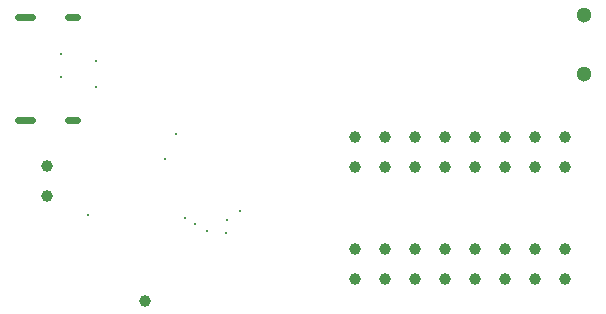
<source format=gbr>
%TF.GenerationSoftware,KiCad,Pcbnew,9.0.6*%
%TF.CreationDate,2026-01-08T22:45:47+05:30*%
%TF.ProjectId,USB_PD_Trigger,5553425f-5044-45f5-9472-69676765722e,rev?*%
%TF.SameCoordinates,Original*%
%TF.FileFunction,Plated,1,2,PTH,Mixed*%
%TF.FilePolarity,Positive*%
%FSLAX46Y46*%
G04 Gerber Fmt 4.6, Leading zero omitted, Abs format (unit mm)*
G04 Created by KiCad (PCBNEW 9.0.6) date 2026-01-08 22:45:47*
%MOMM*%
%LPD*%
G01*
G04 APERTURE LIST*
%TA.AperFunction,ViaDrill*%
%ADD10C,0.300000*%
%TD*%
G04 aperture for slot hole*
%TA.AperFunction,ComponentDrill*%
%ADD11C,0.609600*%
%TD*%
%TA.AperFunction,ComponentDrill*%
%ADD12C,1.000000*%
%TD*%
%TA.AperFunction,ComponentDrill*%
%ADD13C,1.300000*%
%TD*%
G04 APERTURE END LIST*
D10*
X129820000Y-98685000D03*
X129820000Y-100685000D03*
X132070000Y-112335000D03*
X132770000Y-99285000D03*
X132773200Y-101460200D03*
X138570000Y-107635000D03*
X139520000Y-105485000D03*
X140320000Y-112585000D03*
X141120000Y-113085000D03*
X142120000Y-113685000D03*
X143720000Y-113885000D03*
X143820000Y-112785000D03*
X144920000Y-111985000D03*
D11*
%TO.C,X1*%
X126151299Y-95615001D02*
X127345099Y-95615001D01*
X126151299Y-104255001D02*
X127345099Y-104255001D01*
X130354500Y-95615001D02*
X131141900Y-95615001D01*
X130354500Y-104255001D02*
X131141900Y-104255001D01*
D12*
%TO.C,J3*%
X128580000Y-108230000D03*
X128580000Y-110770000D03*
%TO.C,TP1*%
X136920000Y-119585000D03*
%TO.C,J1*%
X154710000Y-105735000D03*
X154710000Y-108275000D03*
%TO.C,J2*%
X154710000Y-115235000D03*
X154710000Y-117775000D03*
%TO.C,J1*%
X157250000Y-105735000D03*
X157250000Y-108275000D03*
%TO.C,J2*%
X157250000Y-115235000D03*
X157250000Y-117775000D03*
%TO.C,J1*%
X159790000Y-105735000D03*
X159790000Y-108275000D03*
%TO.C,J2*%
X159790000Y-115235000D03*
X159790000Y-117775000D03*
%TO.C,J1*%
X162330000Y-105735000D03*
X162330000Y-108275000D03*
%TO.C,J2*%
X162330000Y-115235000D03*
X162330000Y-117775000D03*
%TO.C,J1*%
X164870000Y-105735000D03*
X164870000Y-108275000D03*
%TO.C,J2*%
X164870000Y-115235000D03*
X164870000Y-117775000D03*
%TO.C,J1*%
X167410000Y-105735000D03*
X167410000Y-108275000D03*
%TO.C,J2*%
X167410000Y-115235000D03*
X167410000Y-117775000D03*
%TO.C,J1*%
X169950000Y-105735000D03*
X169950000Y-108275000D03*
%TO.C,J2*%
X169950000Y-115235000D03*
X169950000Y-117775000D03*
%TO.C,J1*%
X172490000Y-105735000D03*
X172490000Y-108275000D03*
%TO.C,J2*%
X172490000Y-115235000D03*
X172490000Y-117775000D03*
D13*
%TO.C,X2*%
X174092500Y-95385000D03*
X174092500Y-100385000D03*
M02*

</source>
